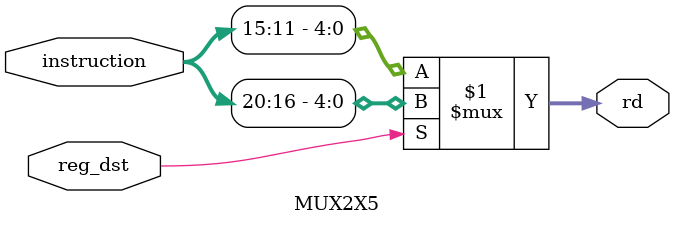
<source format=v>
module MUX2X5(instruction, reg_dst, rd);
  input [31:0] instruction;
  input reg_dst;
  output [4:0]rd;
  assign rd = reg_dst ? instruction[20:16]:instruction[15:11];
endmodule
</source>
